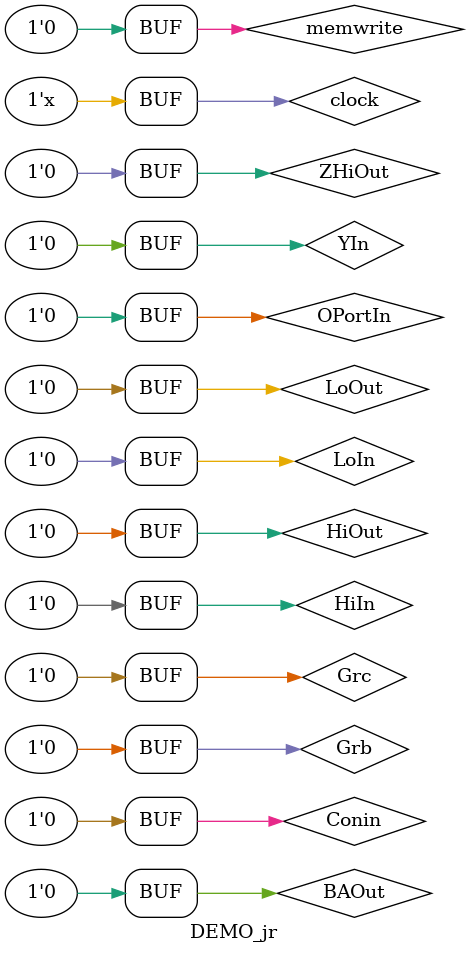
<source format=v>
`timescale 1ns/10ps
module DEMO_jr();

reg clock, clear;
reg [3:0] present_state;

reg HiIn, LoIn, ZIn, PCIn, MDRIn, MARIn, YIn, OPortIn, IRIn;
initial {HiIn, LoIn, ZIn, PCIn, MDRIn, MARIn, YIn, OPortIn, IRIn} = 0;
reg HiOut, LoOut, ZHiOut, ZLoOut, PCOut, MDROut, IPortOut, COut;
initial {HiOut, LoOut, ZHiOut, ZLoOut, PCOut, MDROut, IPortOut, COut} = 0;

reg [31:0] IPortInput = 0;

reg Gra, Grb, Grc, RIn, ROut, BAOut;
initial {Gra, Grb, Grc, RIn, ROut, BAOut} = 0;

reg Conin = 0;
wire ConOut;

reg memread = 0, memwrite = 0;
reg [4:0] ALUCode = 0;
reg initMem = 0;

DataPath dp(
	clock, clear, 
	HiIn, LoIn, ZIn, PCIn, MDRIn, MARIn, YIn, OPortIn, IRIn,
	HiOut, LoOut, ZHiOut, ZLoOut, PCOut, MDROut, IPortOut, COut,
	IPortInput,
	Gra, Grb, Grc, RIn, ROut, BAOut,
	Conin, ConOut,
	memread, memwrite, 
	ALUCode,
	initMem
);


//states and clock control:
parameter init1 = 4'd1, init2 = 4'd2, init3 = 4'd3, T0 = 4'd4, T1 = 4'd5, T2 = 4'd6, T3 = 4'd7, T4 = 4'd8, T5 = 4'd9, T6 = 4'd10, T7 = 4'd11;//can add more states here
initial begin clock = 0; present_state = 4'd0; end
always #10 clock = ~clock;
always @ (negedge clock) present_state = present_state + 1;



always @(present_state) begin
	case(present_state)
		init1: begin //Preload Register with value
			initMem = 1;
			IPortInput = 32'bxxxxx_1000_xxxx_0000000000001000000;//32'bxxxxx_register_xxxx_value
			IPortOut = 1;
			IRIn = 1;
			#15 IRIn = 0; IPortOut = 0; initMem = 0;
		end
		init2: begin
			Gra = 1;
			RIn = 1;
			COut = 1;
			#15 Gra = 0; RIn = 0; COut = 0;
		end
		init3: begin
			PCIn = 1;
			IPortInput = 32'd351;//preload PC with instruction memory location
			IPortOut = 1;
			#15 PCIn = 0; IPortOut = 0;
		end
		T0: begin
			PCOut = 1; MARIn = 1; ALUCode = 5'b11111; ZIn = 1;
			#15 PCOut = 0; MARIn = 0; ALUCode = 5'b0; ZIn = 0;
		end
		T1: begin
			ZLoOut = 1; PCIn = 1; memread = 1; MDRIn = 1;
			#15 ZLoOut = 0; PCIn = 0; memread = 0; MDRIn = 0;
		end
		T2: begin
			MDROut = 1; IRIn = 1;
			#15 MDROut = 0; IRIn = 0;
		end
		T3: begin
			Gra = 1; ROut = 1; PCIn = 1;
			#15 Gra = 0; ROut = 0; PCIn = 0;
		end
		T4: begin

		end
		T5: begin

		end
		T6: begin

		end
		T7: begin

		end
	endcase
end
endmodule 
</source>
